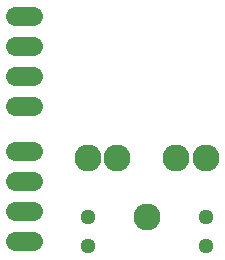
<source format=gbs>
G75*
G70*
%OFA0B0*%
%FSLAX24Y24*%
%IPPOS*%
%LPD*%
%AMOC8*
5,1,8,0,0,1.08239X$1,22.5*
%
%ADD10C,0.0640*%
%ADD11C,0.0900*%
%ADD12C,0.0512*%
D10*
X001811Y001899D02*
X002411Y001899D01*
X002411Y002899D02*
X001811Y002899D01*
X001811Y003899D02*
X002411Y003899D01*
X002411Y004899D02*
X001811Y004899D01*
X001811Y006399D02*
X002411Y006399D01*
X002411Y007399D02*
X001811Y007399D01*
X001811Y008399D02*
X002411Y008399D01*
X002411Y009399D02*
X001811Y009399D01*
D11*
X004242Y004668D03*
X005226Y004668D03*
X006211Y002699D03*
X007195Y004668D03*
X008179Y004668D03*
D12*
X008179Y002699D03*
X008179Y001715D03*
X004242Y001715D03*
X004242Y002699D03*
M02*

</source>
